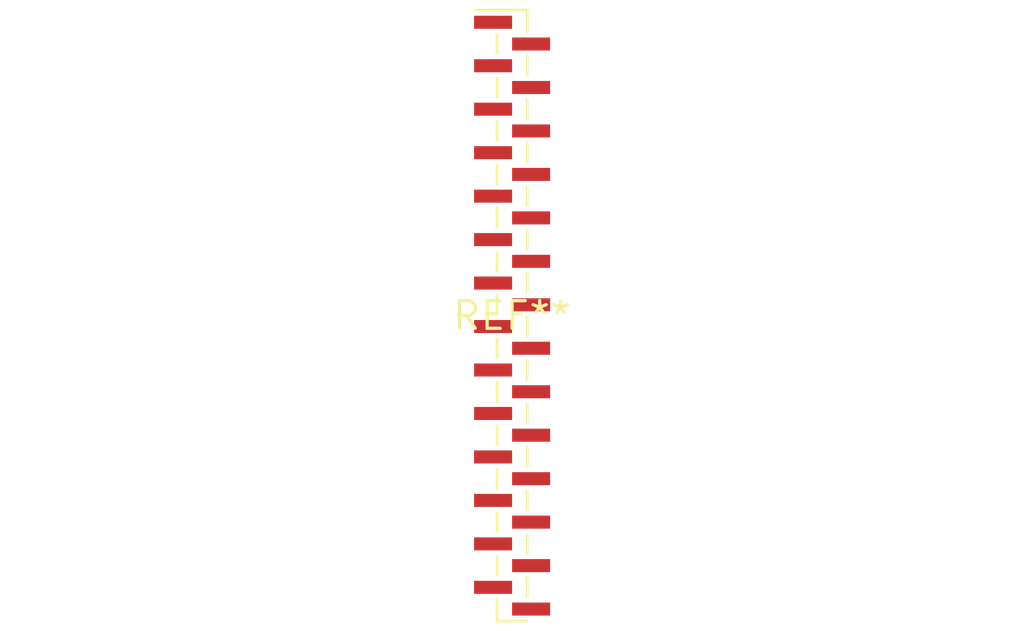
<source format=kicad_pcb>
(kicad_pcb (version 20240108) (generator pcbnew)
  (layers (0 "F.Cu" signal) (31 "B.Cu" signal) (34 "B.Paste" user) (35 "F.Paste" user) (36 "B.SilkS" user "B.Silkscreen") (37 "F.SilkS" user "F.Silkscreen") (38 "B.Mask" user) (39 "F.Mask" user) (44 "Edge.Cuts" user))
  (net 0 "")
  (footprint "PinHeader_1x28_P1.00mm_Vertical_SMD_Pin1Left" (layer "F.Cu") (at 0 0)
    (property "Reference" "REF**")
    (property "Value" "PinHeader_1x28_P1.00mm_Vertical_SMD_Pin1Left")
    (fp_line (start -0.695 -14.06) (end -1.69 -14.06) (layer "F.SilkS") (stroke (width 0.12)))
    (fp_line (start -0.695 -14.06) (end -0.695 -14.06) (layer "F.SilkS") (stroke (width 0.12)))
    (fp_line (start -0.695 -14.06) (end 0.695 -14.06) (layer "F.SilkS") (stroke (width 0.12)))
    (fp_line (start -0.695 -12.94) (end -0.695 -12.06) (layer "F.SilkS") (stroke (width 0.12)))
    (fp_line (start -0.695 -10.94) (end -0.695 -10.06) (layer "F.SilkS") (stroke (width 0.12)))
    (fp_line (start -0.695 -8.94) (end -0.695 -8.06) (layer "F.SilkS") (stroke (width 0.12)))
    (fp_line (start -0.695 -6.94) (end -0.695 -6.06) (layer "F.SilkS") (stroke (width 0.12)))
    (fp_line (start -0.695 -4.94) (end -0.695 -4.06) (layer "F.SilkS") (stroke (width 0.12)))
    (fp_line (start -0.695 -2.94) (end -0.695 -2.06) (layer "F.SilkS") (stroke (width 0.12)))
    (fp_line (start -0.695 -0.94) (end -0.695 -0.06) (layer "F.SilkS") (stroke (width 0.12)))
    (fp_line (start -0.695 1.06) (end -0.695 1.94) (layer "F.SilkS") (stroke (width 0.12)))
    (fp_line (start -0.695 3.06) (end -0.695 3.94) (layer "F.SilkS") (stroke (width 0.12)))
    (fp_line (start -0.695 5.06) (end -0.695 5.94) (layer "F.SilkS") (stroke (width 0.12)))
    (fp_line (start -0.695 7.06) (end -0.695 7.94) (layer "F.SilkS") (stroke (width 0.12)))
    (fp_line (start -0.695 9.06) (end -0.695 9.94) (layer "F.SilkS") (stroke (width 0.12)))
    (fp_line (start -0.695 11.06) (end -0.695 11.94) (layer "F.SilkS") (stroke (width 0.12)))
    (fp_line (start -0.695 13.06) (end -0.695 14.06) (layer "F.SilkS") (stroke (width 0.12)))
    (fp_line (start -0.695 14.06) (end 0.695 14.06) (layer "F.SilkS") (stroke (width 0.12)))
    (fp_line (start 0.695 -14.06) (end 0.695 -13.06) (layer "F.SilkS") (stroke (width 0.12)))
    (fp_line (start 0.695 -11.94) (end 0.695 -11.06) (layer "F.SilkS") (stroke (width 0.12)))
    (fp_line (start 0.695 -9.94) (end 0.695 -9.06) (layer "F.SilkS") (stroke (width 0.12)))
    (fp_line (start 0.695 -7.94) (end 0.695 -7.06) (layer "F.SilkS") (stroke (width 0.12)))
    (fp_line (start 0.695 -5.94) (end 0.695 -5.06) (layer "F.SilkS") (stroke (width 0.12)))
    (fp_line (start 0.695 -3.94) (end 0.695 -3.06) (layer "F.SilkS") (stroke (width 0.12)))
    (fp_line (start 0.695 -1.94) (end 0.695 -1.06) (layer "F.SilkS") (stroke (width 0.12)))
    (fp_line (start 0.695 0.06) (end 0.695 0.94) (layer "F.SilkS") (stroke (width 0.12)))
    (fp_line (start 0.695 2.06) (end 0.695 2.94) (layer "F.SilkS") (stroke (width 0.12)))
    (fp_line (start 0.695 4.06) (end 0.695 4.94) (layer "F.SilkS") (stroke (width 0.12)))
    (fp_line (start 0.695 6.06) (end 0.695 6.94) (layer "F.SilkS") (stroke (width 0.12)))
    (fp_line (start 0.695 8.06) (end 0.695 8.94) (layer "F.SilkS") (stroke (width 0.12)))
    (fp_line (start 0.695 10.06) (end 0.695 10.94) (layer "F.SilkS") (stroke (width 0.12)))
    (fp_line (start 0.695 12.06) (end 0.695 12.94) (layer "F.SilkS") (stroke (width 0.12)))
    (fp_line (start 0.695 14.06) (end 0.695 14.06) (layer "F.SilkS") (stroke (width 0.12)))
    (pad "1" smd rect (at -0.875 -13.5) (size 1.75 0.6) (layers "F.Cu" "F.Paste" "F.Mask"))
    (pad "2" smd rect (at 0.875 -12.5) (size 1.75 0.6) (layers "F.Cu" "F.Paste" "F.Mask"))
    (pad "3" smd rect (at -0.875 -11.5) (size 1.75 0.6) (layers "F.Cu" "F.Paste" "F.Mask"))
    (pad "4" smd rect (at 0.875 -10.5) (size 1.75 0.6) (layers "F.Cu" "F.Paste" "F.Mask"))
    (pad "5" smd rect (at -0.875 -9.5) (size 1.75 0.6) (layers "F.Cu" "F.Paste" "F.Mask"))
    (pad "6" smd rect (at 0.875 -8.5) (size 1.75 0.6) (layers "F.Cu" "F.Paste" "F.Mask"))
    (pad "7" smd rect (at -0.875 -7.5) (size 1.75 0.6) (layers "F.Cu" "F.Paste" "F.Mask"))
    (pad "8" smd rect (at 0.875 -6.5) (size 1.75 0.6) (layers "F.Cu" "F.Paste" "F.Mask"))
    (pad "9" smd rect (at -0.875 -5.5) (size 1.75 0.6) (layers "F.Cu" "F.Paste" "F.Mask"))
    (pad "10" smd rect (at 0.875 -4.5) (size 1.75 0.6) (layers "F.Cu" "F.Paste" "F.Mask"))
    (pad "11" smd rect (at -0.875 -3.5) (size 1.75 0.6) (layers "F.Cu" "F.Paste" "F.Mask"))
    (pad "12" smd rect (at 0.875 -2.5) (size 1.75 0.6) (layers "F.Cu" "F.Paste" "F.Mask"))
    (pad "13" smd rect (at -0.875 -1.5) (size 1.75 0.6) (layers "F.Cu" "F.Paste" "F.Mask"))
    (pad "14" smd rect (at 0.875 -0.5) (size 1.75 0.6) (layers "F.Cu" "F.Paste" "F.Mask"))
    (pad "15" smd rect (at -0.875 0.5) (size 1.75 0.6) (layers "F.Cu" "F.Paste" "F.Mask"))
    (pad "16" smd rect (at 0.875 1.5) (size 1.75 0.6) (layers "F.Cu" "F.Paste" "F.Mask"))
    (pad "17" smd rect (at -0.875 2.5) (size 1.75 0.6) (layers "F.Cu" "F.Paste" "F.Mask"))
    (pad "18" smd rect (at 0.875 3.5) (size 1.75 0.6) (layers "F.Cu" "F.Paste" "F.Mask"))
    (pad "19" smd rect (at -0.875 4.5) (size 1.75 0.6) (layers "F.Cu" "F.Paste" "F.Mask"))
    (pad "20" smd rect (at 0.875 5.5) (size 1.75 0.6) (layers "F.Cu" "F.Paste" "F.Mask"))
    (pad "21" smd rect (at -0.875 6.5) (size 1.75 0.6) (layers "F.Cu" "F.Paste" "F.Mask"))
    (pad "22" smd rect (at 0.875 7.5) (size 1.75 0.6) (layers "F.Cu" "F.Paste" "F.Mask"))
    (pad "23" smd rect (at -0.875 8.5) (size 1.75 0.6) (layers "F.Cu" "F.Paste" "F.Mask"))
    (pad "24" smd rect (at 0.875 9.5) (size 1.75 0.6) (layers "F.Cu" "F.Paste" "F.Mask"))
    (pad "25" smd rect (at -0.875 10.5) (size 1.75 0.6) (layers "F.Cu" "F.Paste" "F.Mask"))
    (pad "26" smd rect (at 0.875 11.5) (size 1.75 0.6) (layers "F.Cu" "F.Paste" "F.Mask"))
    (pad "27" smd rect (at -0.875 12.5) (size 1.75 0.6) (layers "F.Cu" "F.Paste" "F.Mask"))
    (pad "28" smd rect (at 0.875 13.5) (size 1.75 0.6) (layers "F.Cu" "F.Paste" "F.Mask"))
  )
)
</source>
